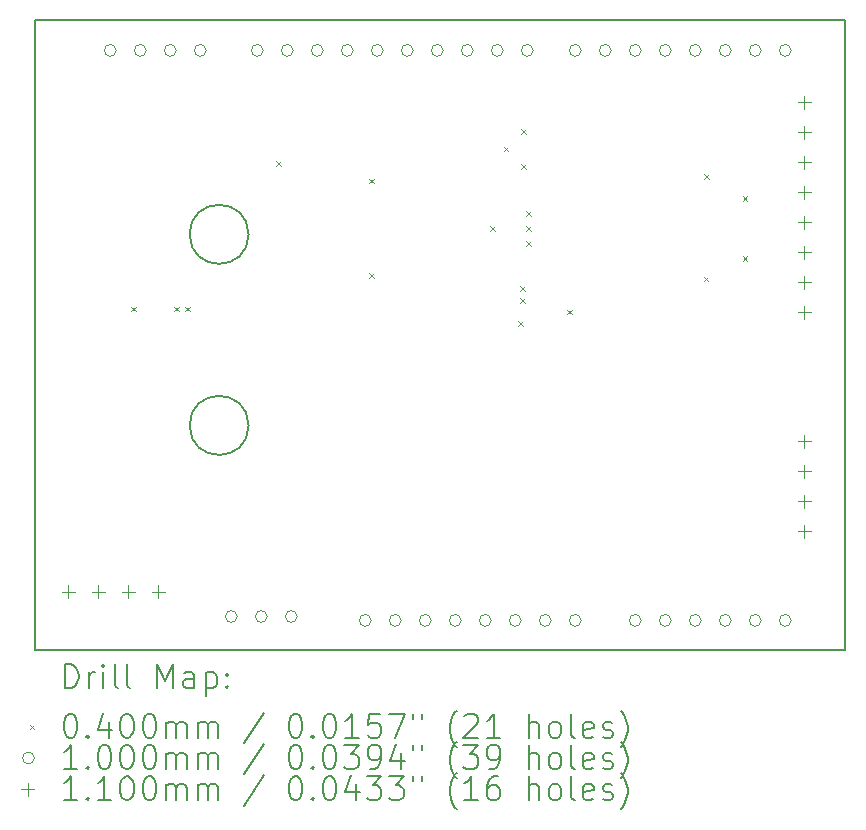
<source format=gbr>
%TF.GenerationSoftware,KiCad,Pcbnew,8.0.4*%
%TF.CreationDate,2024-08-25T09:49:09+02:00*%
%TF.ProjectId,RTC-Messbruecke-from-template,5254432d-4d65-4737-9362-727565636b65,rev?*%
%TF.SameCoordinates,Original*%
%TF.FileFunction,Drillmap*%
%TF.FilePolarity,Positive*%
%FSLAX45Y45*%
G04 Gerber Fmt 4.5, Leading zero omitted, Abs format (unit mm)*
G04 Created by KiCad (PCBNEW 8.0.4) date 2024-08-25 09:49:09*
%MOMM*%
%LPD*%
G01*
G04 APERTURE LIST*
%ADD10C,0.150000*%
%ADD11C,0.200000*%
%ADD12C,0.100000*%
%ADD13C,0.110000*%
G04 APERTURE END LIST*
D10*
X11807000Y-6477000D02*
G75*
G02*
X11307000Y-6477000I-250000J0D01*
G01*
X11307000Y-6477000D02*
G75*
G02*
X11807000Y-6477000I250000J0D01*
G01*
X9999980Y-4665980D02*
X16857980Y-4665980D01*
X16857980Y-9999980D01*
X9999980Y-9999980D01*
X9999980Y-4665980D01*
X11807000Y-8095000D02*
G75*
G02*
X11307000Y-8095000I-250000J0D01*
G01*
X11307000Y-8095000D02*
G75*
G02*
X11807000Y-8095000I250000J0D01*
G01*
D11*
D12*
X10810000Y-7090000D02*
X10850000Y-7130000D01*
X10850000Y-7090000D02*
X10810000Y-7130000D01*
X11175000Y-7090000D02*
X11215000Y-7130000D01*
X11215000Y-7090000D02*
X11175000Y-7130000D01*
X11270000Y-7090000D02*
X11310000Y-7130000D01*
X11310000Y-7090000D02*
X11270000Y-7130000D01*
X12040000Y-5860000D02*
X12080000Y-5900000D01*
X12080000Y-5860000D02*
X12040000Y-5900000D01*
X12830000Y-6005000D02*
X12870000Y-6045000D01*
X12870000Y-6005000D02*
X12830000Y-6045000D01*
X12830000Y-6805000D02*
X12870000Y-6845000D01*
X12870000Y-6805000D02*
X12830000Y-6845000D01*
X13855000Y-6405000D02*
X13895000Y-6445000D01*
X13895000Y-6405000D02*
X13855000Y-6445000D01*
X13967500Y-5735000D02*
X14007500Y-5775000D01*
X14007500Y-5735000D02*
X13967500Y-5775000D01*
X14092163Y-7214583D02*
X14132163Y-7254583D01*
X14132163Y-7214583D02*
X14092163Y-7254583D01*
X14105000Y-7015000D02*
X14145000Y-7055000D01*
X14145000Y-7015000D02*
X14105000Y-7055000D01*
X14105000Y-6915000D02*
X14145000Y-6955000D01*
X14145000Y-6915000D02*
X14105000Y-6955000D01*
X14117500Y-5585000D02*
X14157500Y-5625000D01*
X14157500Y-5585000D02*
X14117500Y-5625000D01*
X14117500Y-5885000D02*
X14157500Y-5925000D01*
X14157500Y-5885000D02*
X14117500Y-5925000D01*
X14155000Y-6405000D02*
X14195000Y-6445000D01*
X14195000Y-6405000D02*
X14155000Y-6445000D01*
X14157500Y-6532500D02*
X14197500Y-6572500D01*
X14197500Y-6532500D02*
X14157500Y-6572500D01*
X14159200Y-6279200D02*
X14199200Y-6319200D01*
X14199200Y-6279200D02*
X14159200Y-6319200D01*
X14505000Y-7114746D02*
X14545000Y-7154746D01*
X14545000Y-7114746D02*
X14505000Y-7154746D01*
X15660000Y-6835000D02*
X15700000Y-6875000D01*
X15700000Y-6835000D02*
X15660000Y-6875000D01*
X15665000Y-5965000D02*
X15705000Y-6005000D01*
X15705000Y-5965000D02*
X15665000Y-6005000D01*
X15990000Y-6155000D02*
X16030000Y-6195000D01*
X16030000Y-6155000D02*
X15990000Y-6195000D01*
X15990000Y-6660000D02*
X16030000Y-6700000D01*
X16030000Y-6660000D02*
X15990000Y-6700000D01*
X10685000Y-4920000D02*
G75*
G02*
X10585000Y-4920000I-50000J0D01*
G01*
X10585000Y-4920000D02*
G75*
G02*
X10685000Y-4920000I50000J0D01*
G01*
X10939000Y-4920000D02*
G75*
G02*
X10839000Y-4920000I-50000J0D01*
G01*
X10839000Y-4920000D02*
G75*
G02*
X10939000Y-4920000I50000J0D01*
G01*
X11193000Y-4920000D02*
G75*
G02*
X11093000Y-4920000I-50000J0D01*
G01*
X11093000Y-4920000D02*
G75*
G02*
X11193000Y-4920000I50000J0D01*
G01*
X11447000Y-4920000D02*
G75*
G02*
X11347000Y-4920000I-50000J0D01*
G01*
X11347000Y-4920000D02*
G75*
G02*
X11447000Y-4920000I50000J0D01*
G01*
X11710300Y-9712750D02*
G75*
G02*
X11610300Y-9712750I-50000J0D01*
G01*
X11610300Y-9712750D02*
G75*
G02*
X11710300Y-9712750I50000J0D01*
G01*
X11929600Y-4920000D02*
G75*
G02*
X11829600Y-4920000I-50000J0D01*
G01*
X11829600Y-4920000D02*
G75*
G02*
X11929600Y-4920000I50000J0D01*
G01*
X11964300Y-9712750D02*
G75*
G02*
X11864300Y-9712750I-50000J0D01*
G01*
X11864300Y-9712750D02*
G75*
G02*
X11964300Y-9712750I50000J0D01*
G01*
X12183600Y-4920000D02*
G75*
G02*
X12083600Y-4920000I-50000J0D01*
G01*
X12083600Y-4920000D02*
G75*
G02*
X12183600Y-4920000I50000J0D01*
G01*
X12218300Y-9712750D02*
G75*
G02*
X12118300Y-9712750I-50000J0D01*
G01*
X12118300Y-9712750D02*
G75*
G02*
X12218300Y-9712750I50000J0D01*
G01*
X12437600Y-4920000D02*
G75*
G02*
X12337600Y-4920000I-50000J0D01*
G01*
X12337600Y-4920000D02*
G75*
G02*
X12437600Y-4920000I50000J0D01*
G01*
X12691600Y-4920000D02*
G75*
G02*
X12591600Y-4920000I-50000J0D01*
G01*
X12591600Y-4920000D02*
G75*
G02*
X12691600Y-4920000I50000J0D01*
G01*
X12844000Y-9746000D02*
G75*
G02*
X12744000Y-9746000I-50000J0D01*
G01*
X12744000Y-9746000D02*
G75*
G02*
X12844000Y-9746000I50000J0D01*
G01*
X12945600Y-4920000D02*
G75*
G02*
X12845600Y-4920000I-50000J0D01*
G01*
X12845600Y-4920000D02*
G75*
G02*
X12945600Y-4920000I50000J0D01*
G01*
X13098000Y-9746000D02*
G75*
G02*
X12998000Y-9746000I-50000J0D01*
G01*
X12998000Y-9746000D02*
G75*
G02*
X13098000Y-9746000I50000J0D01*
G01*
X13199600Y-4920000D02*
G75*
G02*
X13099600Y-4920000I-50000J0D01*
G01*
X13099600Y-4920000D02*
G75*
G02*
X13199600Y-4920000I50000J0D01*
G01*
X13352000Y-9746000D02*
G75*
G02*
X13252000Y-9746000I-50000J0D01*
G01*
X13252000Y-9746000D02*
G75*
G02*
X13352000Y-9746000I50000J0D01*
G01*
X13453600Y-4920000D02*
G75*
G02*
X13353600Y-4920000I-50000J0D01*
G01*
X13353600Y-4920000D02*
G75*
G02*
X13453600Y-4920000I50000J0D01*
G01*
X13606000Y-9746000D02*
G75*
G02*
X13506000Y-9746000I-50000J0D01*
G01*
X13506000Y-9746000D02*
G75*
G02*
X13606000Y-9746000I50000J0D01*
G01*
X13707600Y-4920000D02*
G75*
G02*
X13607600Y-4920000I-50000J0D01*
G01*
X13607600Y-4920000D02*
G75*
G02*
X13707600Y-4920000I50000J0D01*
G01*
X13860000Y-9746000D02*
G75*
G02*
X13760000Y-9746000I-50000J0D01*
G01*
X13760000Y-9746000D02*
G75*
G02*
X13860000Y-9746000I50000J0D01*
G01*
X13961600Y-4920000D02*
G75*
G02*
X13861600Y-4920000I-50000J0D01*
G01*
X13861600Y-4920000D02*
G75*
G02*
X13961600Y-4920000I50000J0D01*
G01*
X14114000Y-9746000D02*
G75*
G02*
X14014000Y-9746000I-50000J0D01*
G01*
X14014000Y-9746000D02*
G75*
G02*
X14114000Y-9746000I50000J0D01*
G01*
X14215600Y-4920000D02*
G75*
G02*
X14115600Y-4920000I-50000J0D01*
G01*
X14115600Y-4920000D02*
G75*
G02*
X14215600Y-4920000I50000J0D01*
G01*
X14368000Y-9746000D02*
G75*
G02*
X14268000Y-9746000I-50000J0D01*
G01*
X14268000Y-9746000D02*
G75*
G02*
X14368000Y-9746000I50000J0D01*
G01*
X14622000Y-4920000D02*
G75*
G02*
X14522000Y-4920000I-50000J0D01*
G01*
X14522000Y-4920000D02*
G75*
G02*
X14622000Y-4920000I50000J0D01*
G01*
X14622000Y-9746000D02*
G75*
G02*
X14522000Y-9746000I-50000J0D01*
G01*
X14522000Y-9746000D02*
G75*
G02*
X14622000Y-9746000I50000J0D01*
G01*
X14876000Y-4920000D02*
G75*
G02*
X14776000Y-4920000I-50000J0D01*
G01*
X14776000Y-4920000D02*
G75*
G02*
X14876000Y-4920000I50000J0D01*
G01*
X15130000Y-4920000D02*
G75*
G02*
X15030000Y-4920000I-50000J0D01*
G01*
X15030000Y-4920000D02*
G75*
G02*
X15130000Y-4920000I50000J0D01*
G01*
X15130000Y-9746000D02*
G75*
G02*
X15030000Y-9746000I-50000J0D01*
G01*
X15030000Y-9746000D02*
G75*
G02*
X15130000Y-9746000I50000J0D01*
G01*
X15384000Y-4920000D02*
G75*
G02*
X15284000Y-4920000I-50000J0D01*
G01*
X15284000Y-4920000D02*
G75*
G02*
X15384000Y-4920000I50000J0D01*
G01*
X15384000Y-9746000D02*
G75*
G02*
X15284000Y-9746000I-50000J0D01*
G01*
X15284000Y-9746000D02*
G75*
G02*
X15384000Y-9746000I50000J0D01*
G01*
X15638000Y-4920000D02*
G75*
G02*
X15538000Y-4920000I-50000J0D01*
G01*
X15538000Y-4920000D02*
G75*
G02*
X15638000Y-4920000I50000J0D01*
G01*
X15638000Y-9746000D02*
G75*
G02*
X15538000Y-9746000I-50000J0D01*
G01*
X15538000Y-9746000D02*
G75*
G02*
X15638000Y-9746000I50000J0D01*
G01*
X15892000Y-4920000D02*
G75*
G02*
X15792000Y-4920000I-50000J0D01*
G01*
X15792000Y-4920000D02*
G75*
G02*
X15892000Y-4920000I50000J0D01*
G01*
X15892000Y-9746000D02*
G75*
G02*
X15792000Y-9746000I-50000J0D01*
G01*
X15792000Y-9746000D02*
G75*
G02*
X15892000Y-9746000I50000J0D01*
G01*
X16146000Y-4920000D02*
G75*
G02*
X16046000Y-4920000I-50000J0D01*
G01*
X16046000Y-4920000D02*
G75*
G02*
X16146000Y-4920000I50000J0D01*
G01*
X16146000Y-9746000D02*
G75*
G02*
X16046000Y-9746000I-50000J0D01*
G01*
X16046000Y-9746000D02*
G75*
G02*
X16146000Y-9746000I50000J0D01*
G01*
X16400000Y-4920000D02*
G75*
G02*
X16300000Y-4920000I-50000J0D01*
G01*
X16300000Y-4920000D02*
G75*
G02*
X16400000Y-4920000I50000J0D01*
G01*
X16400000Y-9746000D02*
G75*
G02*
X16300000Y-9746000I-50000J0D01*
G01*
X16300000Y-9746000D02*
G75*
G02*
X16400000Y-9746000I50000J0D01*
G01*
D13*
X10280000Y-9447000D02*
X10280000Y-9557000D01*
X10225000Y-9502000D02*
X10335000Y-9502000D01*
X10534000Y-9447000D02*
X10534000Y-9557000D01*
X10479000Y-9502000D02*
X10589000Y-9502000D01*
X10788000Y-9447000D02*
X10788000Y-9557000D01*
X10733000Y-9502000D02*
X10843000Y-9502000D01*
X11042000Y-9447000D02*
X11042000Y-9557000D01*
X10987000Y-9502000D02*
X11097000Y-9502000D01*
X16510000Y-5304400D02*
X16510000Y-5414400D01*
X16455000Y-5359400D02*
X16565000Y-5359400D01*
X16510000Y-5558400D02*
X16510000Y-5668400D01*
X16455000Y-5613400D02*
X16565000Y-5613400D01*
X16510000Y-5812400D02*
X16510000Y-5922400D01*
X16455000Y-5867400D02*
X16565000Y-5867400D01*
X16510000Y-6066400D02*
X16510000Y-6176400D01*
X16455000Y-6121400D02*
X16565000Y-6121400D01*
X16510000Y-6320400D02*
X16510000Y-6430400D01*
X16455000Y-6375400D02*
X16565000Y-6375400D01*
X16510000Y-6574400D02*
X16510000Y-6684400D01*
X16455000Y-6629400D02*
X16565000Y-6629400D01*
X16510000Y-6828400D02*
X16510000Y-6938400D01*
X16455000Y-6883400D02*
X16565000Y-6883400D01*
X16510000Y-7082400D02*
X16510000Y-7192400D01*
X16455000Y-7137400D02*
X16565000Y-7137400D01*
X16510000Y-8174600D02*
X16510000Y-8284600D01*
X16455000Y-8229600D02*
X16565000Y-8229600D01*
X16510000Y-8428600D02*
X16510000Y-8538600D01*
X16455000Y-8483600D02*
X16565000Y-8483600D01*
X16510000Y-8682600D02*
X16510000Y-8792600D01*
X16455000Y-8737600D02*
X16565000Y-8737600D01*
X16510000Y-8936600D02*
X16510000Y-9046600D01*
X16455000Y-8991600D02*
X16565000Y-8991600D01*
D11*
X10253257Y-10318964D02*
X10253257Y-10118964D01*
X10253257Y-10118964D02*
X10300876Y-10118964D01*
X10300876Y-10118964D02*
X10329447Y-10128488D01*
X10329447Y-10128488D02*
X10348495Y-10147535D01*
X10348495Y-10147535D02*
X10358019Y-10166583D01*
X10358019Y-10166583D02*
X10367543Y-10204678D01*
X10367543Y-10204678D02*
X10367543Y-10233250D01*
X10367543Y-10233250D02*
X10358019Y-10271345D01*
X10358019Y-10271345D02*
X10348495Y-10290392D01*
X10348495Y-10290392D02*
X10329447Y-10309440D01*
X10329447Y-10309440D02*
X10300876Y-10318964D01*
X10300876Y-10318964D02*
X10253257Y-10318964D01*
X10453257Y-10318964D02*
X10453257Y-10185630D01*
X10453257Y-10223726D02*
X10462781Y-10204678D01*
X10462781Y-10204678D02*
X10472304Y-10195154D01*
X10472304Y-10195154D02*
X10491352Y-10185630D01*
X10491352Y-10185630D02*
X10510400Y-10185630D01*
X10577066Y-10318964D02*
X10577066Y-10185630D01*
X10577066Y-10118964D02*
X10567543Y-10128488D01*
X10567543Y-10128488D02*
X10577066Y-10138011D01*
X10577066Y-10138011D02*
X10586590Y-10128488D01*
X10586590Y-10128488D02*
X10577066Y-10118964D01*
X10577066Y-10118964D02*
X10577066Y-10138011D01*
X10700876Y-10318964D02*
X10681828Y-10309440D01*
X10681828Y-10309440D02*
X10672304Y-10290392D01*
X10672304Y-10290392D02*
X10672304Y-10118964D01*
X10805638Y-10318964D02*
X10786590Y-10309440D01*
X10786590Y-10309440D02*
X10777066Y-10290392D01*
X10777066Y-10290392D02*
X10777066Y-10118964D01*
X11034209Y-10318964D02*
X11034209Y-10118964D01*
X11034209Y-10118964D02*
X11100876Y-10261821D01*
X11100876Y-10261821D02*
X11167543Y-10118964D01*
X11167543Y-10118964D02*
X11167543Y-10318964D01*
X11348495Y-10318964D02*
X11348495Y-10214202D01*
X11348495Y-10214202D02*
X11338971Y-10195154D01*
X11338971Y-10195154D02*
X11319923Y-10185630D01*
X11319923Y-10185630D02*
X11281828Y-10185630D01*
X11281828Y-10185630D02*
X11262781Y-10195154D01*
X11348495Y-10309440D02*
X11329447Y-10318964D01*
X11329447Y-10318964D02*
X11281828Y-10318964D01*
X11281828Y-10318964D02*
X11262781Y-10309440D01*
X11262781Y-10309440D02*
X11253257Y-10290392D01*
X11253257Y-10290392D02*
X11253257Y-10271345D01*
X11253257Y-10271345D02*
X11262781Y-10252297D01*
X11262781Y-10252297D02*
X11281828Y-10242773D01*
X11281828Y-10242773D02*
X11329447Y-10242773D01*
X11329447Y-10242773D02*
X11348495Y-10233250D01*
X11443733Y-10185630D02*
X11443733Y-10385630D01*
X11443733Y-10195154D02*
X11462781Y-10185630D01*
X11462781Y-10185630D02*
X11500876Y-10185630D01*
X11500876Y-10185630D02*
X11519923Y-10195154D01*
X11519923Y-10195154D02*
X11529447Y-10204678D01*
X11529447Y-10204678D02*
X11538971Y-10223726D01*
X11538971Y-10223726D02*
X11538971Y-10280869D01*
X11538971Y-10280869D02*
X11529447Y-10299916D01*
X11529447Y-10299916D02*
X11519923Y-10309440D01*
X11519923Y-10309440D02*
X11500876Y-10318964D01*
X11500876Y-10318964D02*
X11462781Y-10318964D01*
X11462781Y-10318964D02*
X11443733Y-10309440D01*
X11624685Y-10299916D02*
X11634209Y-10309440D01*
X11634209Y-10309440D02*
X11624685Y-10318964D01*
X11624685Y-10318964D02*
X11615162Y-10309440D01*
X11615162Y-10309440D02*
X11624685Y-10299916D01*
X11624685Y-10299916D02*
X11624685Y-10318964D01*
X11624685Y-10195154D02*
X11634209Y-10204678D01*
X11634209Y-10204678D02*
X11624685Y-10214202D01*
X11624685Y-10214202D02*
X11615162Y-10204678D01*
X11615162Y-10204678D02*
X11624685Y-10195154D01*
X11624685Y-10195154D02*
X11624685Y-10214202D01*
D12*
X9952480Y-10627480D02*
X9992480Y-10667480D01*
X9992480Y-10627480D02*
X9952480Y-10667480D01*
D11*
X10291352Y-10538964D02*
X10310400Y-10538964D01*
X10310400Y-10538964D02*
X10329447Y-10548488D01*
X10329447Y-10548488D02*
X10338971Y-10558011D01*
X10338971Y-10558011D02*
X10348495Y-10577059D01*
X10348495Y-10577059D02*
X10358019Y-10615154D01*
X10358019Y-10615154D02*
X10358019Y-10662773D01*
X10358019Y-10662773D02*
X10348495Y-10700869D01*
X10348495Y-10700869D02*
X10338971Y-10719916D01*
X10338971Y-10719916D02*
X10329447Y-10729440D01*
X10329447Y-10729440D02*
X10310400Y-10738964D01*
X10310400Y-10738964D02*
X10291352Y-10738964D01*
X10291352Y-10738964D02*
X10272304Y-10729440D01*
X10272304Y-10729440D02*
X10262781Y-10719916D01*
X10262781Y-10719916D02*
X10253257Y-10700869D01*
X10253257Y-10700869D02*
X10243733Y-10662773D01*
X10243733Y-10662773D02*
X10243733Y-10615154D01*
X10243733Y-10615154D02*
X10253257Y-10577059D01*
X10253257Y-10577059D02*
X10262781Y-10558011D01*
X10262781Y-10558011D02*
X10272304Y-10548488D01*
X10272304Y-10548488D02*
X10291352Y-10538964D01*
X10443733Y-10719916D02*
X10453257Y-10729440D01*
X10453257Y-10729440D02*
X10443733Y-10738964D01*
X10443733Y-10738964D02*
X10434209Y-10729440D01*
X10434209Y-10729440D02*
X10443733Y-10719916D01*
X10443733Y-10719916D02*
X10443733Y-10738964D01*
X10624685Y-10605630D02*
X10624685Y-10738964D01*
X10577066Y-10529440D02*
X10529447Y-10672297D01*
X10529447Y-10672297D02*
X10653257Y-10672297D01*
X10767543Y-10538964D02*
X10786590Y-10538964D01*
X10786590Y-10538964D02*
X10805638Y-10548488D01*
X10805638Y-10548488D02*
X10815162Y-10558011D01*
X10815162Y-10558011D02*
X10824685Y-10577059D01*
X10824685Y-10577059D02*
X10834209Y-10615154D01*
X10834209Y-10615154D02*
X10834209Y-10662773D01*
X10834209Y-10662773D02*
X10824685Y-10700869D01*
X10824685Y-10700869D02*
X10815162Y-10719916D01*
X10815162Y-10719916D02*
X10805638Y-10729440D01*
X10805638Y-10729440D02*
X10786590Y-10738964D01*
X10786590Y-10738964D02*
X10767543Y-10738964D01*
X10767543Y-10738964D02*
X10748495Y-10729440D01*
X10748495Y-10729440D02*
X10738971Y-10719916D01*
X10738971Y-10719916D02*
X10729447Y-10700869D01*
X10729447Y-10700869D02*
X10719924Y-10662773D01*
X10719924Y-10662773D02*
X10719924Y-10615154D01*
X10719924Y-10615154D02*
X10729447Y-10577059D01*
X10729447Y-10577059D02*
X10738971Y-10558011D01*
X10738971Y-10558011D02*
X10748495Y-10548488D01*
X10748495Y-10548488D02*
X10767543Y-10538964D01*
X10958019Y-10538964D02*
X10977066Y-10538964D01*
X10977066Y-10538964D02*
X10996114Y-10548488D01*
X10996114Y-10548488D02*
X11005638Y-10558011D01*
X11005638Y-10558011D02*
X11015162Y-10577059D01*
X11015162Y-10577059D02*
X11024685Y-10615154D01*
X11024685Y-10615154D02*
X11024685Y-10662773D01*
X11024685Y-10662773D02*
X11015162Y-10700869D01*
X11015162Y-10700869D02*
X11005638Y-10719916D01*
X11005638Y-10719916D02*
X10996114Y-10729440D01*
X10996114Y-10729440D02*
X10977066Y-10738964D01*
X10977066Y-10738964D02*
X10958019Y-10738964D01*
X10958019Y-10738964D02*
X10938971Y-10729440D01*
X10938971Y-10729440D02*
X10929447Y-10719916D01*
X10929447Y-10719916D02*
X10919924Y-10700869D01*
X10919924Y-10700869D02*
X10910400Y-10662773D01*
X10910400Y-10662773D02*
X10910400Y-10615154D01*
X10910400Y-10615154D02*
X10919924Y-10577059D01*
X10919924Y-10577059D02*
X10929447Y-10558011D01*
X10929447Y-10558011D02*
X10938971Y-10548488D01*
X10938971Y-10548488D02*
X10958019Y-10538964D01*
X11110400Y-10738964D02*
X11110400Y-10605630D01*
X11110400Y-10624678D02*
X11119924Y-10615154D01*
X11119924Y-10615154D02*
X11138971Y-10605630D01*
X11138971Y-10605630D02*
X11167543Y-10605630D01*
X11167543Y-10605630D02*
X11186590Y-10615154D01*
X11186590Y-10615154D02*
X11196114Y-10634202D01*
X11196114Y-10634202D02*
X11196114Y-10738964D01*
X11196114Y-10634202D02*
X11205638Y-10615154D01*
X11205638Y-10615154D02*
X11224685Y-10605630D01*
X11224685Y-10605630D02*
X11253257Y-10605630D01*
X11253257Y-10605630D02*
X11272304Y-10615154D01*
X11272304Y-10615154D02*
X11281828Y-10634202D01*
X11281828Y-10634202D02*
X11281828Y-10738964D01*
X11377066Y-10738964D02*
X11377066Y-10605630D01*
X11377066Y-10624678D02*
X11386590Y-10615154D01*
X11386590Y-10615154D02*
X11405638Y-10605630D01*
X11405638Y-10605630D02*
X11434209Y-10605630D01*
X11434209Y-10605630D02*
X11453257Y-10615154D01*
X11453257Y-10615154D02*
X11462781Y-10634202D01*
X11462781Y-10634202D02*
X11462781Y-10738964D01*
X11462781Y-10634202D02*
X11472304Y-10615154D01*
X11472304Y-10615154D02*
X11491352Y-10605630D01*
X11491352Y-10605630D02*
X11519923Y-10605630D01*
X11519923Y-10605630D02*
X11538971Y-10615154D01*
X11538971Y-10615154D02*
X11548495Y-10634202D01*
X11548495Y-10634202D02*
X11548495Y-10738964D01*
X11938971Y-10529440D02*
X11767543Y-10786583D01*
X12196114Y-10538964D02*
X12215162Y-10538964D01*
X12215162Y-10538964D02*
X12234209Y-10548488D01*
X12234209Y-10548488D02*
X12243733Y-10558011D01*
X12243733Y-10558011D02*
X12253257Y-10577059D01*
X12253257Y-10577059D02*
X12262781Y-10615154D01*
X12262781Y-10615154D02*
X12262781Y-10662773D01*
X12262781Y-10662773D02*
X12253257Y-10700869D01*
X12253257Y-10700869D02*
X12243733Y-10719916D01*
X12243733Y-10719916D02*
X12234209Y-10729440D01*
X12234209Y-10729440D02*
X12215162Y-10738964D01*
X12215162Y-10738964D02*
X12196114Y-10738964D01*
X12196114Y-10738964D02*
X12177066Y-10729440D01*
X12177066Y-10729440D02*
X12167543Y-10719916D01*
X12167543Y-10719916D02*
X12158019Y-10700869D01*
X12158019Y-10700869D02*
X12148495Y-10662773D01*
X12148495Y-10662773D02*
X12148495Y-10615154D01*
X12148495Y-10615154D02*
X12158019Y-10577059D01*
X12158019Y-10577059D02*
X12167543Y-10558011D01*
X12167543Y-10558011D02*
X12177066Y-10548488D01*
X12177066Y-10548488D02*
X12196114Y-10538964D01*
X12348495Y-10719916D02*
X12358019Y-10729440D01*
X12358019Y-10729440D02*
X12348495Y-10738964D01*
X12348495Y-10738964D02*
X12338971Y-10729440D01*
X12338971Y-10729440D02*
X12348495Y-10719916D01*
X12348495Y-10719916D02*
X12348495Y-10738964D01*
X12481828Y-10538964D02*
X12500876Y-10538964D01*
X12500876Y-10538964D02*
X12519924Y-10548488D01*
X12519924Y-10548488D02*
X12529447Y-10558011D01*
X12529447Y-10558011D02*
X12538971Y-10577059D01*
X12538971Y-10577059D02*
X12548495Y-10615154D01*
X12548495Y-10615154D02*
X12548495Y-10662773D01*
X12548495Y-10662773D02*
X12538971Y-10700869D01*
X12538971Y-10700869D02*
X12529447Y-10719916D01*
X12529447Y-10719916D02*
X12519924Y-10729440D01*
X12519924Y-10729440D02*
X12500876Y-10738964D01*
X12500876Y-10738964D02*
X12481828Y-10738964D01*
X12481828Y-10738964D02*
X12462781Y-10729440D01*
X12462781Y-10729440D02*
X12453257Y-10719916D01*
X12453257Y-10719916D02*
X12443733Y-10700869D01*
X12443733Y-10700869D02*
X12434209Y-10662773D01*
X12434209Y-10662773D02*
X12434209Y-10615154D01*
X12434209Y-10615154D02*
X12443733Y-10577059D01*
X12443733Y-10577059D02*
X12453257Y-10558011D01*
X12453257Y-10558011D02*
X12462781Y-10548488D01*
X12462781Y-10548488D02*
X12481828Y-10538964D01*
X12738971Y-10738964D02*
X12624686Y-10738964D01*
X12681828Y-10738964D02*
X12681828Y-10538964D01*
X12681828Y-10538964D02*
X12662781Y-10567535D01*
X12662781Y-10567535D02*
X12643733Y-10586583D01*
X12643733Y-10586583D02*
X12624686Y-10596107D01*
X12919924Y-10538964D02*
X12824686Y-10538964D01*
X12824686Y-10538964D02*
X12815162Y-10634202D01*
X12815162Y-10634202D02*
X12824686Y-10624678D01*
X12824686Y-10624678D02*
X12843733Y-10615154D01*
X12843733Y-10615154D02*
X12891352Y-10615154D01*
X12891352Y-10615154D02*
X12910400Y-10624678D01*
X12910400Y-10624678D02*
X12919924Y-10634202D01*
X12919924Y-10634202D02*
X12929447Y-10653250D01*
X12929447Y-10653250D02*
X12929447Y-10700869D01*
X12929447Y-10700869D02*
X12919924Y-10719916D01*
X12919924Y-10719916D02*
X12910400Y-10729440D01*
X12910400Y-10729440D02*
X12891352Y-10738964D01*
X12891352Y-10738964D02*
X12843733Y-10738964D01*
X12843733Y-10738964D02*
X12824686Y-10729440D01*
X12824686Y-10729440D02*
X12815162Y-10719916D01*
X12996114Y-10538964D02*
X13129447Y-10538964D01*
X13129447Y-10538964D02*
X13043733Y-10738964D01*
X13196114Y-10538964D02*
X13196114Y-10577059D01*
X13272305Y-10538964D02*
X13272305Y-10577059D01*
X13567543Y-10815154D02*
X13558019Y-10805630D01*
X13558019Y-10805630D02*
X13538971Y-10777059D01*
X13538971Y-10777059D02*
X13529448Y-10758011D01*
X13529448Y-10758011D02*
X13519924Y-10729440D01*
X13519924Y-10729440D02*
X13510400Y-10681821D01*
X13510400Y-10681821D02*
X13510400Y-10643726D01*
X13510400Y-10643726D02*
X13519924Y-10596107D01*
X13519924Y-10596107D02*
X13529448Y-10567535D01*
X13529448Y-10567535D02*
X13538971Y-10548488D01*
X13538971Y-10548488D02*
X13558019Y-10519916D01*
X13558019Y-10519916D02*
X13567543Y-10510392D01*
X13634209Y-10558011D02*
X13643733Y-10548488D01*
X13643733Y-10548488D02*
X13662781Y-10538964D01*
X13662781Y-10538964D02*
X13710400Y-10538964D01*
X13710400Y-10538964D02*
X13729448Y-10548488D01*
X13729448Y-10548488D02*
X13738971Y-10558011D01*
X13738971Y-10558011D02*
X13748495Y-10577059D01*
X13748495Y-10577059D02*
X13748495Y-10596107D01*
X13748495Y-10596107D02*
X13738971Y-10624678D01*
X13738971Y-10624678D02*
X13624686Y-10738964D01*
X13624686Y-10738964D02*
X13748495Y-10738964D01*
X13938971Y-10738964D02*
X13824686Y-10738964D01*
X13881828Y-10738964D02*
X13881828Y-10538964D01*
X13881828Y-10538964D02*
X13862781Y-10567535D01*
X13862781Y-10567535D02*
X13843733Y-10586583D01*
X13843733Y-10586583D02*
X13824686Y-10596107D01*
X14177067Y-10738964D02*
X14177067Y-10538964D01*
X14262781Y-10738964D02*
X14262781Y-10634202D01*
X14262781Y-10634202D02*
X14253257Y-10615154D01*
X14253257Y-10615154D02*
X14234210Y-10605630D01*
X14234210Y-10605630D02*
X14205638Y-10605630D01*
X14205638Y-10605630D02*
X14186590Y-10615154D01*
X14186590Y-10615154D02*
X14177067Y-10624678D01*
X14386590Y-10738964D02*
X14367543Y-10729440D01*
X14367543Y-10729440D02*
X14358019Y-10719916D01*
X14358019Y-10719916D02*
X14348495Y-10700869D01*
X14348495Y-10700869D02*
X14348495Y-10643726D01*
X14348495Y-10643726D02*
X14358019Y-10624678D01*
X14358019Y-10624678D02*
X14367543Y-10615154D01*
X14367543Y-10615154D02*
X14386590Y-10605630D01*
X14386590Y-10605630D02*
X14415162Y-10605630D01*
X14415162Y-10605630D02*
X14434210Y-10615154D01*
X14434210Y-10615154D02*
X14443733Y-10624678D01*
X14443733Y-10624678D02*
X14453257Y-10643726D01*
X14453257Y-10643726D02*
X14453257Y-10700869D01*
X14453257Y-10700869D02*
X14443733Y-10719916D01*
X14443733Y-10719916D02*
X14434210Y-10729440D01*
X14434210Y-10729440D02*
X14415162Y-10738964D01*
X14415162Y-10738964D02*
X14386590Y-10738964D01*
X14567543Y-10738964D02*
X14548495Y-10729440D01*
X14548495Y-10729440D02*
X14538971Y-10710392D01*
X14538971Y-10710392D02*
X14538971Y-10538964D01*
X14719924Y-10729440D02*
X14700876Y-10738964D01*
X14700876Y-10738964D02*
X14662781Y-10738964D01*
X14662781Y-10738964D02*
X14643733Y-10729440D01*
X14643733Y-10729440D02*
X14634210Y-10710392D01*
X14634210Y-10710392D02*
X14634210Y-10634202D01*
X14634210Y-10634202D02*
X14643733Y-10615154D01*
X14643733Y-10615154D02*
X14662781Y-10605630D01*
X14662781Y-10605630D02*
X14700876Y-10605630D01*
X14700876Y-10605630D02*
X14719924Y-10615154D01*
X14719924Y-10615154D02*
X14729448Y-10634202D01*
X14729448Y-10634202D02*
X14729448Y-10653250D01*
X14729448Y-10653250D02*
X14634210Y-10672297D01*
X14805638Y-10729440D02*
X14824686Y-10738964D01*
X14824686Y-10738964D02*
X14862781Y-10738964D01*
X14862781Y-10738964D02*
X14881829Y-10729440D01*
X14881829Y-10729440D02*
X14891352Y-10710392D01*
X14891352Y-10710392D02*
X14891352Y-10700869D01*
X14891352Y-10700869D02*
X14881829Y-10681821D01*
X14881829Y-10681821D02*
X14862781Y-10672297D01*
X14862781Y-10672297D02*
X14834210Y-10672297D01*
X14834210Y-10672297D02*
X14815162Y-10662773D01*
X14815162Y-10662773D02*
X14805638Y-10643726D01*
X14805638Y-10643726D02*
X14805638Y-10634202D01*
X14805638Y-10634202D02*
X14815162Y-10615154D01*
X14815162Y-10615154D02*
X14834210Y-10605630D01*
X14834210Y-10605630D02*
X14862781Y-10605630D01*
X14862781Y-10605630D02*
X14881829Y-10615154D01*
X14958019Y-10815154D02*
X14967543Y-10805630D01*
X14967543Y-10805630D02*
X14986591Y-10777059D01*
X14986591Y-10777059D02*
X14996114Y-10758011D01*
X14996114Y-10758011D02*
X15005638Y-10729440D01*
X15005638Y-10729440D02*
X15015162Y-10681821D01*
X15015162Y-10681821D02*
X15015162Y-10643726D01*
X15015162Y-10643726D02*
X15005638Y-10596107D01*
X15005638Y-10596107D02*
X14996114Y-10567535D01*
X14996114Y-10567535D02*
X14986591Y-10548488D01*
X14986591Y-10548488D02*
X14967543Y-10519916D01*
X14967543Y-10519916D02*
X14958019Y-10510392D01*
D12*
X9992480Y-10911480D02*
G75*
G02*
X9892480Y-10911480I-50000J0D01*
G01*
X9892480Y-10911480D02*
G75*
G02*
X9992480Y-10911480I50000J0D01*
G01*
D11*
X10358019Y-11002964D02*
X10243733Y-11002964D01*
X10300876Y-11002964D02*
X10300876Y-10802964D01*
X10300876Y-10802964D02*
X10281828Y-10831535D01*
X10281828Y-10831535D02*
X10262781Y-10850583D01*
X10262781Y-10850583D02*
X10243733Y-10860107D01*
X10443733Y-10983916D02*
X10453257Y-10993440D01*
X10453257Y-10993440D02*
X10443733Y-11002964D01*
X10443733Y-11002964D02*
X10434209Y-10993440D01*
X10434209Y-10993440D02*
X10443733Y-10983916D01*
X10443733Y-10983916D02*
X10443733Y-11002964D01*
X10577066Y-10802964D02*
X10596114Y-10802964D01*
X10596114Y-10802964D02*
X10615162Y-10812488D01*
X10615162Y-10812488D02*
X10624685Y-10822011D01*
X10624685Y-10822011D02*
X10634209Y-10841059D01*
X10634209Y-10841059D02*
X10643733Y-10879154D01*
X10643733Y-10879154D02*
X10643733Y-10926773D01*
X10643733Y-10926773D02*
X10634209Y-10964869D01*
X10634209Y-10964869D02*
X10624685Y-10983916D01*
X10624685Y-10983916D02*
X10615162Y-10993440D01*
X10615162Y-10993440D02*
X10596114Y-11002964D01*
X10596114Y-11002964D02*
X10577066Y-11002964D01*
X10577066Y-11002964D02*
X10558019Y-10993440D01*
X10558019Y-10993440D02*
X10548495Y-10983916D01*
X10548495Y-10983916D02*
X10538971Y-10964869D01*
X10538971Y-10964869D02*
X10529447Y-10926773D01*
X10529447Y-10926773D02*
X10529447Y-10879154D01*
X10529447Y-10879154D02*
X10538971Y-10841059D01*
X10538971Y-10841059D02*
X10548495Y-10822011D01*
X10548495Y-10822011D02*
X10558019Y-10812488D01*
X10558019Y-10812488D02*
X10577066Y-10802964D01*
X10767543Y-10802964D02*
X10786590Y-10802964D01*
X10786590Y-10802964D02*
X10805638Y-10812488D01*
X10805638Y-10812488D02*
X10815162Y-10822011D01*
X10815162Y-10822011D02*
X10824685Y-10841059D01*
X10824685Y-10841059D02*
X10834209Y-10879154D01*
X10834209Y-10879154D02*
X10834209Y-10926773D01*
X10834209Y-10926773D02*
X10824685Y-10964869D01*
X10824685Y-10964869D02*
X10815162Y-10983916D01*
X10815162Y-10983916D02*
X10805638Y-10993440D01*
X10805638Y-10993440D02*
X10786590Y-11002964D01*
X10786590Y-11002964D02*
X10767543Y-11002964D01*
X10767543Y-11002964D02*
X10748495Y-10993440D01*
X10748495Y-10993440D02*
X10738971Y-10983916D01*
X10738971Y-10983916D02*
X10729447Y-10964869D01*
X10729447Y-10964869D02*
X10719924Y-10926773D01*
X10719924Y-10926773D02*
X10719924Y-10879154D01*
X10719924Y-10879154D02*
X10729447Y-10841059D01*
X10729447Y-10841059D02*
X10738971Y-10822011D01*
X10738971Y-10822011D02*
X10748495Y-10812488D01*
X10748495Y-10812488D02*
X10767543Y-10802964D01*
X10958019Y-10802964D02*
X10977066Y-10802964D01*
X10977066Y-10802964D02*
X10996114Y-10812488D01*
X10996114Y-10812488D02*
X11005638Y-10822011D01*
X11005638Y-10822011D02*
X11015162Y-10841059D01*
X11015162Y-10841059D02*
X11024685Y-10879154D01*
X11024685Y-10879154D02*
X11024685Y-10926773D01*
X11024685Y-10926773D02*
X11015162Y-10964869D01*
X11015162Y-10964869D02*
X11005638Y-10983916D01*
X11005638Y-10983916D02*
X10996114Y-10993440D01*
X10996114Y-10993440D02*
X10977066Y-11002964D01*
X10977066Y-11002964D02*
X10958019Y-11002964D01*
X10958019Y-11002964D02*
X10938971Y-10993440D01*
X10938971Y-10993440D02*
X10929447Y-10983916D01*
X10929447Y-10983916D02*
X10919924Y-10964869D01*
X10919924Y-10964869D02*
X10910400Y-10926773D01*
X10910400Y-10926773D02*
X10910400Y-10879154D01*
X10910400Y-10879154D02*
X10919924Y-10841059D01*
X10919924Y-10841059D02*
X10929447Y-10822011D01*
X10929447Y-10822011D02*
X10938971Y-10812488D01*
X10938971Y-10812488D02*
X10958019Y-10802964D01*
X11110400Y-11002964D02*
X11110400Y-10869630D01*
X11110400Y-10888678D02*
X11119924Y-10879154D01*
X11119924Y-10879154D02*
X11138971Y-10869630D01*
X11138971Y-10869630D02*
X11167543Y-10869630D01*
X11167543Y-10869630D02*
X11186590Y-10879154D01*
X11186590Y-10879154D02*
X11196114Y-10898202D01*
X11196114Y-10898202D02*
X11196114Y-11002964D01*
X11196114Y-10898202D02*
X11205638Y-10879154D01*
X11205638Y-10879154D02*
X11224685Y-10869630D01*
X11224685Y-10869630D02*
X11253257Y-10869630D01*
X11253257Y-10869630D02*
X11272304Y-10879154D01*
X11272304Y-10879154D02*
X11281828Y-10898202D01*
X11281828Y-10898202D02*
X11281828Y-11002964D01*
X11377066Y-11002964D02*
X11377066Y-10869630D01*
X11377066Y-10888678D02*
X11386590Y-10879154D01*
X11386590Y-10879154D02*
X11405638Y-10869630D01*
X11405638Y-10869630D02*
X11434209Y-10869630D01*
X11434209Y-10869630D02*
X11453257Y-10879154D01*
X11453257Y-10879154D02*
X11462781Y-10898202D01*
X11462781Y-10898202D02*
X11462781Y-11002964D01*
X11462781Y-10898202D02*
X11472304Y-10879154D01*
X11472304Y-10879154D02*
X11491352Y-10869630D01*
X11491352Y-10869630D02*
X11519923Y-10869630D01*
X11519923Y-10869630D02*
X11538971Y-10879154D01*
X11538971Y-10879154D02*
X11548495Y-10898202D01*
X11548495Y-10898202D02*
X11548495Y-11002964D01*
X11938971Y-10793440D02*
X11767543Y-11050583D01*
X12196114Y-10802964D02*
X12215162Y-10802964D01*
X12215162Y-10802964D02*
X12234209Y-10812488D01*
X12234209Y-10812488D02*
X12243733Y-10822011D01*
X12243733Y-10822011D02*
X12253257Y-10841059D01*
X12253257Y-10841059D02*
X12262781Y-10879154D01*
X12262781Y-10879154D02*
X12262781Y-10926773D01*
X12262781Y-10926773D02*
X12253257Y-10964869D01*
X12253257Y-10964869D02*
X12243733Y-10983916D01*
X12243733Y-10983916D02*
X12234209Y-10993440D01*
X12234209Y-10993440D02*
X12215162Y-11002964D01*
X12215162Y-11002964D02*
X12196114Y-11002964D01*
X12196114Y-11002964D02*
X12177066Y-10993440D01*
X12177066Y-10993440D02*
X12167543Y-10983916D01*
X12167543Y-10983916D02*
X12158019Y-10964869D01*
X12158019Y-10964869D02*
X12148495Y-10926773D01*
X12148495Y-10926773D02*
X12148495Y-10879154D01*
X12148495Y-10879154D02*
X12158019Y-10841059D01*
X12158019Y-10841059D02*
X12167543Y-10822011D01*
X12167543Y-10822011D02*
X12177066Y-10812488D01*
X12177066Y-10812488D02*
X12196114Y-10802964D01*
X12348495Y-10983916D02*
X12358019Y-10993440D01*
X12358019Y-10993440D02*
X12348495Y-11002964D01*
X12348495Y-11002964D02*
X12338971Y-10993440D01*
X12338971Y-10993440D02*
X12348495Y-10983916D01*
X12348495Y-10983916D02*
X12348495Y-11002964D01*
X12481828Y-10802964D02*
X12500876Y-10802964D01*
X12500876Y-10802964D02*
X12519924Y-10812488D01*
X12519924Y-10812488D02*
X12529447Y-10822011D01*
X12529447Y-10822011D02*
X12538971Y-10841059D01*
X12538971Y-10841059D02*
X12548495Y-10879154D01*
X12548495Y-10879154D02*
X12548495Y-10926773D01*
X12548495Y-10926773D02*
X12538971Y-10964869D01*
X12538971Y-10964869D02*
X12529447Y-10983916D01*
X12529447Y-10983916D02*
X12519924Y-10993440D01*
X12519924Y-10993440D02*
X12500876Y-11002964D01*
X12500876Y-11002964D02*
X12481828Y-11002964D01*
X12481828Y-11002964D02*
X12462781Y-10993440D01*
X12462781Y-10993440D02*
X12453257Y-10983916D01*
X12453257Y-10983916D02*
X12443733Y-10964869D01*
X12443733Y-10964869D02*
X12434209Y-10926773D01*
X12434209Y-10926773D02*
X12434209Y-10879154D01*
X12434209Y-10879154D02*
X12443733Y-10841059D01*
X12443733Y-10841059D02*
X12453257Y-10822011D01*
X12453257Y-10822011D02*
X12462781Y-10812488D01*
X12462781Y-10812488D02*
X12481828Y-10802964D01*
X12615162Y-10802964D02*
X12738971Y-10802964D01*
X12738971Y-10802964D02*
X12672305Y-10879154D01*
X12672305Y-10879154D02*
X12700876Y-10879154D01*
X12700876Y-10879154D02*
X12719924Y-10888678D01*
X12719924Y-10888678D02*
X12729447Y-10898202D01*
X12729447Y-10898202D02*
X12738971Y-10917250D01*
X12738971Y-10917250D02*
X12738971Y-10964869D01*
X12738971Y-10964869D02*
X12729447Y-10983916D01*
X12729447Y-10983916D02*
X12719924Y-10993440D01*
X12719924Y-10993440D02*
X12700876Y-11002964D01*
X12700876Y-11002964D02*
X12643733Y-11002964D01*
X12643733Y-11002964D02*
X12624686Y-10993440D01*
X12624686Y-10993440D02*
X12615162Y-10983916D01*
X12834209Y-11002964D02*
X12872305Y-11002964D01*
X12872305Y-11002964D02*
X12891352Y-10993440D01*
X12891352Y-10993440D02*
X12900876Y-10983916D01*
X12900876Y-10983916D02*
X12919924Y-10955345D01*
X12919924Y-10955345D02*
X12929447Y-10917250D01*
X12929447Y-10917250D02*
X12929447Y-10841059D01*
X12929447Y-10841059D02*
X12919924Y-10822011D01*
X12919924Y-10822011D02*
X12910400Y-10812488D01*
X12910400Y-10812488D02*
X12891352Y-10802964D01*
X12891352Y-10802964D02*
X12853257Y-10802964D01*
X12853257Y-10802964D02*
X12834209Y-10812488D01*
X12834209Y-10812488D02*
X12824686Y-10822011D01*
X12824686Y-10822011D02*
X12815162Y-10841059D01*
X12815162Y-10841059D02*
X12815162Y-10888678D01*
X12815162Y-10888678D02*
X12824686Y-10907726D01*
X12824686Y-10907726D02*
X12834209Y-10917250D01*
X12834209Y-10917250D02*
X12853257Y-10926773D01*
X12853257Y-10926773D02*
X12891352Y-10926773D01*
X12891352Y-10926773D02*
X12910400Y-10917250D01*
X12910400Y-10917250D02*
X12919924Y-10907726D01*
X12919924Y-10907726D02*
X12929447Y-10888678D01*
X13100876Y-10869630D02*
X13100876Y-11002964D01*
X13053257Y-10793440D02*
X13005638Y-10936297D01*
X13005638Y-10936297D02*
X13129447Y-10936297D01*
X13196114Y-10802964D02*
X13196114Y-10841059D01*
X13272305Y-10802964D02*
X13272305Y-10841059D01*
X13567543Y-11079154D02*
X13558019Y-11069630D01*
X13558019Y-11069630D02*
X13538971Y-11041059D01*
X13538971Y-11041059D02*
X13529448Y-11022011D01*
X13529448Y-11022011D02*
X13519924Y-10993440D01*
X13519924Y-10993440D02*
X13510400Y-10945821D01*
X13510400Y-10945821D02*
X13510400Y-10907726D01*
X13510400Y-10907726D02*
X13519924Y-10860107D01*
X13519924Y-10860107D02*
X13529448Y-10831535D01*
X13529448Y-10831535D02*
X13538971Y-10812488D01*
X13538971Y-10812488D02*
X13558019Y-10783916D01*
X13558019Y-10783916D02*
X13567543Y-10774392D01*
X13624686Y-10802964D02*
X13748495Y-10802964D01*
X13748495Y-10802964D02*
X13681828Y-10879154D01*
X13681828Y-10879154D02*
X13710400Y-10879154D01*
X13710400Y-10879154D02*
X13729448Y-10888678D01*
X13729448Y-10888678D02*
X13738971Y-10898202D01*
X13738971Y-10898202D02*
X13748495Y-10917250D01*
X13748495Y-10917250D02*
X13748495Y-10964869D01*
X13748495Y-10964869D02*
X13738971Y-10983916D01*
X13738971Y-10983916D02*
X13729448Y-10993440D01*
X13729448Y-10993440D02*
X13710400Y-11002964D01*
X13710400Y-11002964D02*
X13653257Y-11002964D01*
X13653257Y-11002964D02*
X13634209Y-10993440D01*
X13634209Y-10993440D02*
X13624686Y-10983916D01*
X13843733Y-11002964D02*
X13881828Y-11002964D01*
X13881828Y-11002964D02*
X13900876Y-10993440D01*
X13900876Y-10993440D02*
X13910400Y-10983916D01*
X13910400Y-10983916D02*
X13929448Y-10955345D01*
X13929448Y-10955345D02*
X13938971Y-10917250D01*
X13938971Y-10917250D02*
X13938971Y-10841059D01*
X13938971Y-10841059D02*
X13929448Y-10822011D01*
X13929448Y-10822011D02*
X13919924Y-10812488D01*
X13919924Y-10812488D02*
X13900876Y-10802964D01*
X13900876Y-10802964D02*
X13862781Y-10802964D01*
X13862781Y-10802964D02*
X13843733Y-10812488D01*
X13843733Y-10812488D02*
X13834209Y-10822011D01*
X13834209Y-10822011D02*
X13824686Y-10841059D01*
X13824686Y-10841059D02*
X13824686Y-10888678D01*
X13824686Y-10888678D02*
X13834209Y-10907726D01*
X13834209Y-10907726D02*
X13843733Y-10917250D01*
X13843733Y-10917250D02*
X13862781Y-10926773D01*
X13862781Y-10926773D02*
X13900876Y-10926773D01*
X13900876Y-10926773D02*
X13919924Y-10917250D01*
X13919924Y-10917250D02*
X13929448Y-10907726D01*
X13929448Y-10907726D02*
X13938971Y-10888678D01*
X14177067Y-11002964D02*
X14177067Y-10802964D01*
X14262781Y-11002964D02*
X14262781Y-10898202D01*
X14262781Y-10898202D02*
X14253257Y-10879154D01*
X14253257Y-10879154D02*
X14234210Y-10869630D01*
X14234210Y-10869630D02*
X14205638Y-10869630D01*
X14205638Y-10869630D02*
X14186590Y-10879154D01*
X14186590Y-10879154D02*
X14177067Y-10888678D01*
X14386590Y-11002964D02*
X14367543Y-10993440D01*
X14367543Y-10993440D02*
X14358019Y-10983916D01*
X14358019Y-10983916D02*
X14348495Y-10964869D01*
X14348495Y-10964869D02*
X14348495Y-10907726D01*
X14348495Y-10907726D02*
X14358019Y-10888678D01*
X14358019Y-10888678D02*
X14367543Y-10879154D01*
X14367543Y-10879154D02*
X14386590Y-10869630D01*
X14386590Y-10869630D02*
X14415162Y-10869630D01*
X14415162Y-10869630D02*
X14434210Y-10879154D01*
X14434210Y-10879154D02*
X14443733Y-10888678D01*
X14443733Y-10888678D02*
X14453257Y-10907726D01*
X14453257Y-10907726D02*
X14453257Y-10964869D01*
X14453257Y-10964869D02*
X14443733Y-10983916D01*
X14443733Y-10983916D02*
X14434210Y-10993440D01*
X14434210Y-10993440D02*
X14415162Y-11002964D01*
X14415162Y-11002964D02*
X14386590Y-11002964D01*
X14567543Y-11002964D02*
X14548495Y-10993440D01*
X14548495Y-10993440D02*
X14538971Y-10974392D01*
X14538971Y-10974392D02*
X14538971Y-10802964D01*
X14719924Y-10993440D02*
X14700876Y-11002964D01*
X14700876Y-11002964D02*
X14662781Y-11002964D01*
X14662781Y-11002964D02*
X14643733Y-10993440D01*
X14643733Y-10993440D02*
X14634210Y-10974392D01*
X14634210Y-10974392D02*
X14634210Y-10898202D01*
X14634210Y-10898202D02*
X14643733Y-10879154D01*
X14643733Y-10879154D02*
X14662781Y-10869630D01*
X14662781Y-10869630D02*
X14700876Y-10869630D01*
X14700876Y-10869630D02*
X14719924Y-10879154D01*
X14719924Y-10879154D02*
X14729448Y-10898202D01*
X14729448Y-10898202D02*
X14729448Y-10917250D01*
X14729448Y-10917250D02*
X14634210Y-10936297D01*
X14805638Y-10993440D02*
X14824686Y-11002964D01*
X14824686Y-11002964D02*
X14862781Y-11002964D01*
X14862781Y-11002964D02*
X14881829Y-10993440D01*
X14881829Y-10993440D02*
X14891352Y-10974392D01*
X14891352Y-10974392D02*
X14891352Y-10964869D01*
X14891352Y-10964869D02*
X14881829Y-10945821D01*
X14881829Y-10945821D02*
X14862781Y-10936297D01*
X14862781Y-10936297D02*
X14834210Y-10936297D01*
X14834210Y-10936297D02*
X14815162Y-10926773D01*
X14815162Y-10926773D02*
X14805638Y-10907726D01*
X14805638Y-10907726D02*
X14805638Y-10898202D01*
X14805638Y-10898202D02*
X14815162Y-10879154D01*
X14815162Y-10879154D02*
X14834210Y-10869630D01*
X14834210Y-10869630D02*
X14862781Y-10869630D01*
X14862781Y-10869630D02*
X14881829Y-10879154D01*
X14958019Y-11079154D02*
X14967543Y-11069630D01*
X14967543Y-11069630D02*
X14986591Y-11041059D01*
X14986591Y-11041059D02*
X14996114Y-11022011D01*
X14996114Y-11022011D02*
X15005638Y-10993440D01*
X15005638Y-10993440D02*
X15015162Y-10945821D01*
X15015162Y-10945821D02*
X15015162Y-10907726D01*
X15015162Y-10907726D02*
X15005638Y-10860107D01*
X15005638Y-10860107D02*
X14996114Y-10831535D01*
X14996114Y-10831535D02*
X14986591Y-10812488D01*
X14986591Y-10812488D02*
X14967543Y-10783916D01*
X14967543Y-10783916D02*
X14958019Y-10774392D01*
D13*
X9937480Y-11120480D02*
X9937480Y-11230480D01*
X9882480Y-11175480D02*
X9992480Y-11175480D01*
D11*
X10358019Y-11266964D02*
X10243733Y-11266964D01*
X10300876Y-11266964D02*
X10300876Y-11066964D01*
X10300876Y-11066964D02*
X10281828Y-11095535D01*
X10281828Y-11095535D02*
X10262781Y-11114583D01*
X10262781Y-11114583D02*
X10243733Y-11124107D01*
X10443733Y-11247916D02*
X10453257Y-11257440D01*
X10453257Y-11257440D02*
X10443733Y-11266964D01*
X10443733Y-11266964D02*
X10434209Y-11257440D01*
X10434209Y-11257440D02*
X10443733Y-11247916D01*
X10443733Y-11247916D02*
X10443733Y-11266964D01*
X10643733Y-11266964D02*
X10529447Y-11266964D01*
X10586590Y-11266964D02*
X10586590Y-11066964D01*
X10586590Y-11066964D02*
X10567543Y-11095535D01*
X10567543Y-11095535D02*
X10548495Y-11114583D01*
X10548495Y-11114583D02*
X10529447Y-11124107D01*
X10767543Y-11066964D02*
X10786590Y-11066964D01*
X10786590Y-11066964D02*
X10805638Y-11076488D01*
X10805638Y-11076488D02*
X10815162Y-11086011D01*
X10815162Y-11086011D02*
X10824685Y-11105059D01*
X10824685Y-11105059D02*
X10834209Y-11143154D01*
X10834209Y-11143154D02*
X10834209Y-11190773D01*
X10834209Y-11190773D02*
X10824685Y-11228868D01*
X10824685Y-11228868D02*
X10815162Y-11247916D01*
X10815162Y-11247916D02*
X10805638Y-11257440D01*
X10805638Y-11257440D02*
X10786590Y-11266964D01*
X10786590Y-11266964D02*
X10767543Y-11266964D01*
X10767543Y-11266964D02*
X10748495Y-11257440D01*
X10748495Y-11257440D02*
X10738971Y-11247916D01*
X10738971Y-11247916D02*
X10729447Y-11228868D01*
X10729447Y-11228868D02*
X10719924Y-11190773D01*
X10719924Y-11190773D02*
X10719924Y-11143154D01*
X10719924Y-11143154D02*
X10729447Y-11105059D01*
X10729447Y-11105059D02*
X10738971Y-11086011D01*
X10738971Y-11086011D02*
X10748495Y-11076488D01*
X10748495Y-11076488D02*
X10767543Y-11066964D01*
X10958019Y-11066964D02*
X10977066Y-11066964D01*
X10977066Y-11066964D02*
X10996114Y-11076488D01*
X10996114Y-11076488D02*
X11005638Y-11086011D01*
X11005638Y-11086011D02*
X11015162Y-11105059D01*
X11015162Y-11105059D02*
X11024685Y-11143154D01*
X11024685Y-11143154D02*
X11024685Y-11190773D01*
X11024685Y-11190773D02*
X11015162Y-11228868D01*
X11015162Y-11228868D02*
X11005638Y-11247916D01*
X11005638Y-11247916D02*
X10996114Y-11257440D01*
X10996114Y-11257440D02*
X10977066Y-11266964D01*
X10977066Y-11266964D02*
X10958019Y-11266964D01*
X10958019Y-11266964D02*
X10938971Y-11257440D01*
X10938971Y-11257440D02*
X10929447Y-11247916D01*
X10929447Y-11247916D02*
X10919924Y-11228868D01*
X10919924Y-11228868D02*
X10910400Y-11190773D01*
X10910400Y-11190773D02*
X10910400Y-11143154D01*
X10910400Y-11143154D02*
X10919924Y-11105059D01*
X10919924Y-11105059D02*
X10929447Y-11086011D01*
X10929447Y-11086011D02*
X10938971Y-11076488D01*
X10938971Y-11076488D02*
X10958019Y-11066964D01*
X11110400Y-11266964D02*
X11110400Y-11133630D01*
X11110400Y-11152678D02*
X11119924Y-11143154D01*
X11119924Y-11143154D02*
X11138971Y-11133630D01*
X11138971Y-11133630D02*
X11167543Y-11133630D01*
X11167543Y-11133630D02*
X11186590Y-11143154D01*
X11186590Y-11143154D02*
X11196114Y-11162202D01*
X11196114Y-11162202D02*
X11196114Y-11266964D01*
X11196114Y-11162202D02*
X11205638Y-11143154D01*
X11205638Y-11143154D02*
X11224685Y-11133630D01*
X11224685Y-11133630D02*
X11253257Y-11133630D01*
X11253257Y-11133630D02*
X11272304Y-11143154D01*
X11272304Y-11143154D02*
X11281828Y-11162202D01*
X11281828Y-11162202D02*
X11281828Y-11266964D01*
X11377066Y-11266964D02*
X11377066Y-11133630D01*
X11377066Y-11152678D02*
X11386590Y-11143154D01*
X11386590Y-11143154D02*
X11405638Y-11133630D01*
X11405638Y-11133630D02*
X11434209Y-11133630D01*
X11434209Y-11133630D02*
X11453257Y-11143154D01*
X11453257Y-11143154D02*
X11462781Y-11162202D01*
X11462781Y-11162202D02*
X11462781Y-11266964D01*
X11462781Y-11162202D02*
X11472304Y-11143154D01*
X11472304Y-11143154D02*
X11491352Y-11133630D01*
X11491352Y-11133630D02*
X11519923Y-11133630D01*
X11519923Y-11133630D02*
X11538971Y-11143154D01*
X11538971Y-11143154D02*
X11548495Y-11162202D01*
X11548495Y-11162202D02*
X11548495Y-11266964D01*
X11938971Y-11057440D02*
X11767543Y-11314583D01*
X12196114Y-11066964D02*
X12215162Y-11066964D01*
X12215162Y-11066964D02*
X12234209Y-11076488D01*
X12234209Y-11076488D02*
X12243733Y-11086011D01*
X12243733Y-11086011D02*
X12253257Y-11105059D01*
X12253257Y-11105059D02*
X12262781Y-11143154D01*
X12262781Y-11143154D02*
X12262781Y-11190773D01*
X12262781Y-11190773D02*
X12253257Y-11228868D01*
X12253257Y-11228868D02*
X12243733Y-11247916D01*
X12243733Y-11247916D02*
X12234209Y-11257440D01*
X12234209Y-11257440D02*
X12215162Y-11266964D01*
X12215162Y-11266964D02*
X12196114Y-11266964D01*
X12196114Y-11266964D02*
X12177066Y-11257440D01*
X12177066Y-11257440D02*
X12167543Y-11247916D01*
X12167543Y-11247916D02*
X12158019Y-11228868D01*
X12158019Y-11228868D02*
X12148495Y-11190773D01*
X12148495Y-11190773D02*
X12148495Y-11143154D01*
X12148495Y-11143154D02*
X12158019Y-11105059D01*
X12158019Y-11105059D02*
X12167543Y-11086011D01*
X12167543Y-11086011D02*
X12177066Y-11076488D01*
X12177066Y-11076488D02*
X12196114Y-11066964D01*
X12348495Y-11247916D02*
X12358019Y-11257440D01*
X12358019Y-11257440D02*
X12348495Y-11266964D01*
X12348495Y-11266964D02*
X12338971Y-11257440D01*
X12338971Y-11257440D02*
X12348495Y-11247916D01*
X12348495Y-11247916D02*
X12348495Y-11266964D01*
X12481828Y-11066964D02*
X12500876Y-11066964D01*
X12500876Y-11066964D02*
X12519924Y-11076488D01*
X12519924Y-11076488D02*
X12529447Y-11086011D01*
X12529447Y-11086011D02*
X12538971Y-11105059D01*
X12538971Y-11105059D02*
X12548495Y-11143154D01*
X12548495Y-11143154D02*
X12548495Y-11190773D01*
X12548495Y-11190773D02*
X12538971Y-11228868D01*
X12538971Y-11228868D02*
X12529447Y-11247916D01*
X12529447Y-11247916D02*
X12519924Y-11257440D01*
X12519924Y-11257440D02*
X12500876Y-11266964D01*
X12500876Y-11266964D02*
X12481828Y-11266964D01*
X12481828Y-11266964D02*
X12462781Y-11257440D01*
X12462781Y-11257440D02*
X12453257Y-11247916D01*
X12453257Y-11247916D02*
X12443733Y-11228868D01*
X12443733Y-11228868D02*
X12434209Y-11190773D01*
X12434209Y-11190773D02*
X12434209Y-11143154D01*
X12434209Y-11143154D02*
X12443733Y-11105059D01*
X12443733Y-11105059D02*
X12453257Y-11086011D01*
X12453257Y-11086011D02*
X12462781Y-11076488D01*
X12462781Y-11076488D02*
X12481828Y-11066964D01*
X12719924Y-11133630D02*
X12719924Y-11266964D01*
X12672305Y-11057440D02*
X12624686Y-11200297D01*
X12624686Y-11200297D02*
X12748495Y-11200297D01*
X12805638Y-11066964D02*
X12929447Y-11066964D01*
X12929447Y-11066964D02*
X12862781Y-11143154D01*
X12862781Y-11143154D02*
X12891352Y-11143154D01*
X12891352Y-11143154D02*
X12910400Y-11152678D01*
X12910400Y-11152678D02*
X12919924Y-11162202D01*
X12919924Y-11162202D02*
X12929447Y-11181250D01*
X12929447Y-11181250D02*
X12929447Y-11228868D01*
X12929447Y-11228868D02*
X12919924Y-11247916D01*
X12919924Y-11247916D02*
X12910400Y-11257440D01*
X12910400Y-11257440D02*
X12891352Y-11266964D01*
X12891352Y-11266964D02*
X12834209Y-11266964D01*
X12834209Y-11266964D02*
X12815162Y-11257440D01*
X12815162Y-11257440D02*
X12805638Y-11247916D01*
X12996114Y-11066964D02*
X13119924Y-11066964D01*
X13119924Y-11066964D02*
X13053257Y-11143154D01*
X13053257Y-11143154D02*
X13081828Y-11143154D01*
X13081828Y-11143154D02*
X13100876Y-11152678D01*
X13100876Y-11152678D02*
X13110400Y-11162202D01*
X13110400Y-11162202D02*
X13119924Y-11181250D01*
X13119924Y-11181250D02*
X13119924Y-11228868D01*
X13119924Y-11228868D02*
X13110400Y-11247916D01*
X13110400Y-11247916D02*
X13100876Y-11257440D01*
X13100876Y-11257440D02*
X13081828Y-11266964D01*
X13081828Y-11266964D02*
X13024686Y-11266964D01*
X13024686Y-11266964D02*
X13005638Y-11257440D01*
X13005638Y-11257440D02*
X12996114Y-11247916D01*
X13196114Y-11066964D02*
X13196114Y-11105059D01*
X13272305Y-11066964D02*
X13272305Y-11105059D01*
X13567543Y-11343154D02*
X13558019Y-11333630D01*
X13558019Y-11333630D02*
X13538971Y-11305059D01*
X13538971Y-11305059D02*
X13529448Y-11286011D01*
X13529448Y-11286011D02*
X13519924Y-11257440D01*
X13519924Y-11257440D02*
X13510400Y-11209821D01*
X13510400Y-11209821D02*
X13510400Y-11171726D01*
X13510400Y-11171726D02*
X13519924Y-11124107D01*
X13519924Y-11124107D02*
X13529448Y-11095535D01*
X13529448Y-11095535D02*
X13538971Y-11076488D01*
X13538971Y-11076488D02*
X13558019Y-11047916D01*
X13558019Y-11047916D02*
X13567543Y-11038392D01*
X13748495Y-11266964D02*
X13634209Y-11266964D01*
X13691352Y-11266964D02*
X13691352Y-11066964D01*
X13691352Y-11066964D02*
X13672305Y-11095535D01*
X13672305Y-11095535D02*
X13653257Y-11114583D01*
X13653257Y-11114583D02*
X13634209Y-11124107D01*
X13919924Y-11066964D02*
X13881828Y-11066964D01*
X13881828Y-11066964D02*
X13862781Y-11076488D01*
X13862781Y-11076488D02*
X13853257Y-11086011D01*
X13853257Y-11086011D02*
X13834209Y-11114583D01*
X13834209Y-11114583D02*
X13824686Y-11152678D01*
X13824686Y-11152678D02*
X13824686Y-11228868D01*
X13824686Y-11228868D02*
X13834209Y-11247916D01*
X13834209Y-11247916D02*
X13843733Y-11257440D01*
X13843733Y-11257440D02*
X13862781Y-11266964D01*
X13862781Y-11266964D02*
X13900876Y-11266964D01*
X13900876Y-11266964D02*
X13919924Y-11257440D01*
X13919924Y-11257440D02*
X13929448Y-11247916D01*
X13929448Y-11247916D02*
X13938971Y-11228868D01*
X13938971Y-11228868D02*
X13938971Y-11181250D01*
X13938971Y-11181250D02*
X13929448Y-11162202D01*
X13929448Y-11162202D02*
X13919924Y-11152678D01*
X13919924Y-11152678D02*
X13900876Y-11143154D01*
X13900876Y-11143154D02*
X13862781Y-11143154D01*
X13862781Y-11143154D02*
X13843733Y-11152678D01*
X13843733Y-11152678D02*
X13834209Y-11162202D01*
X13834209Y-11162202D02*
X13824686Y-11181250D01*
X14177067Y-11266964D02*
X14177067Y-11066964D01*
X14262781Y-11266964D02*
X14262781Y-11162202D01*
X14262781Y-11162202D02*
X14253257Y-11143154D01*
X14253257Y-11143154D02*
X14234210Y-11133630D01*
X14234210Y-11133630D02*
X14205638Y-11133630D01*
X14205638Y-11133630D02*
X14186590Y-11143154D01*
X14186590Y-11143154D02*
X14177067Y-11152678D01*
X14386590Y-11266964D02*
X14367543Y-11257440D01*
X14367543Y-11257440D02*
X14358019Y-11247916D01*
X14358019Y-11247916D02*
X14348495Y-11228868D01*
X14348495Y-11228868D02*
X14348495Y-11171726D01*
X14348495Y-11171726D02*
X14358019Y-11152678D01*
X14358019Y-11152678D02*
X14367543Y-11143154D01*
X14367543Y-11143154D02*
X14386590Y-11133630D01*
X14386590Y-11133630D02*
X14415162Y-11133630D01*
X14415162Y-11133630D02*
X14434210Y-11143154D01*
X14434210Y-11143154D02*
X14443733Y-11152678D01*
X14443733Y-11152678D02*
X14453257Y-11171726D01*
X14453257Y-11171726D02*
X14453257Y-11228868D01*
X14453257Y-11228868D02*
X14443733Y-11247916D01*
X14443733Y-11247916D02*
X14434210Y-11257440D01*
X14434210Y-11257440D02*
X14415162Y-11266964D01*
X14415162Y-11266964D02*
X14386590Y-11266964D01*
X14567543Y-11266964D02*
X14548495Y-11257440D01*
X14548495Y-11257440D02*
X14538971Y-11238392D01*
X14538971Y-11238392D02*
X14538971Y-11066964D01*
X14719924Y-11257440D02*
X14700876Y-11266964D01*
X14700876Y-11266964D02*
X14662781Y-11266964D01*
X14662781Y-11266964D02*
X14643733Y-11257440D01*
X14643733Y-11257440D02*
X14634210Y-11238392D01*
X14634210Y-11238392D02*
X14634210Y-11162202D01*
X14634210Y-11162202D02*
X14643733Y-11143154D01*
X14643733Y-11143154D02*
X14662781Y-11133630D01*
X14662781Y-11133630D02*
X14700876Y-11133630D01*
X14700876Y-11133630D02*
X14719924Y-11143154D01*
X14719924Y-11143154D02*
X14729448Y-11162202D01*
X14729448Y-11162202D02*
X14729448Y-11181250D01*
X14729448Y-11181250D02*
X14634210Y-11200297D01*
X14805638Y-11257440D02*
X14824686Y-11266964D01*
X14824686Y-11266964D02*
X14862781Y-11266964D01*
X14862781Y-11266964D02*
X14881829Y-11257440D01*
X14881829Y-11257440D02*
X14891352Y-11238392D01*
X14891352Y-11238392D02*
X14891352Y-11228868D01*
X14891352Y-11228868D02*
X14881829Y-11209821D01*
X14881829Y-11209821D02*
X14862781Y-11200297D01*
X14862781Y-11200297D02*
X14834210Y-11200297D01*
X14834210Y-11200297D02*
X14815162Y-11190773D01*
X14815162Y-11190773D02*
X14805638Y-11171726D01*
X14805638Y-11171726D02*
X14805638Y-11162202D01*
X14805638Y-11162202D02*
X14815162Y-11143154D01*
X14815162Y-11143154D02*
X14834210Y-11133630D01*
X14834210Y-11133630D02*
X14862781Y-11133630D01*
X14862781Y-11133630D02*
X14881829Y-11143154D01*
X14958019Y-11343154D02*
X14967543Y-11333630D01*
X14967543Y-11333630D02*
X14986591Y-11305059D01*
X14986591Y-11305059D02*
X14996114Y-11286011D01*
X14996114Y-11286011D02*
X15005638Y-11257440D01*
X15005638Y-11257440D02*
X15015162Y-11209821D01*
X15015162Y-11209821D02*
X15015162Y-11171726D01*
X15015162Y-11171726D02*
X15005638Y-11124107D01*
X15005638Y-11124107D02*
X14996114Y-11095535D01*
X14996114Y-11095535D02*
X14986591Y-11076488D01*
X14986591Y-11076488D02*
X14967543Y-11047916D01*
X14967543Y-11047916D02*
X14958019Y-11038392D01*
M02*

</source>
